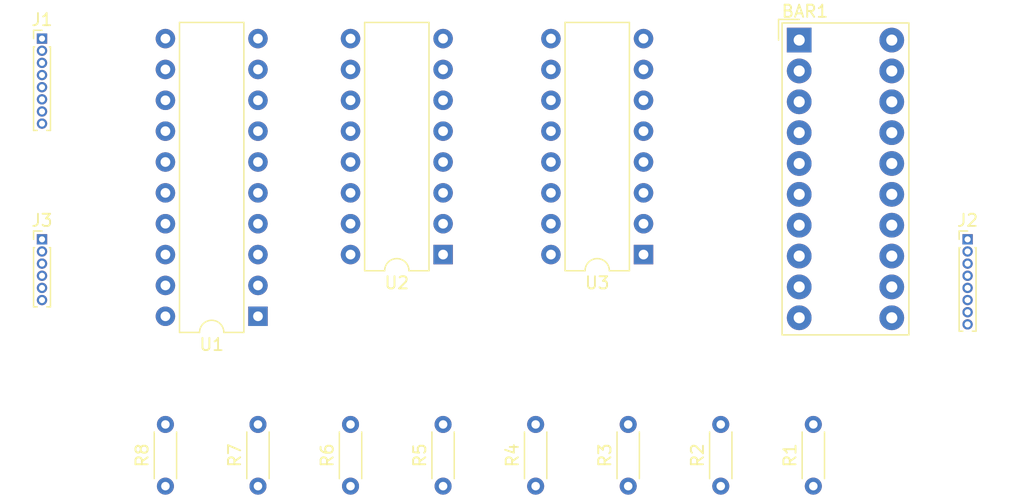
<source format=kicad_pcb>
(kicad_pcb (version 20211014) (generator pcbnew)
  (layers (0 "F.Cu" signal) (31 "B.Cu" signal) (34 "B.Paste" user) (35 "F.Paste" user) (36 "B.SilkS" user "B.Silkscreen") (37 "F.SilkS" user "F.Silkscreen") (38 "B.Mask" user) (39 "F.Mask" user) (44 "Edge.Cuts" user))
  (net 0 "")
  (net 1 "Net-(J1-Pad1)")
  (net 2 "Net-(J1-Pad2)")
  (net 3 "Net-(J1-Pad3)")
  (net 4 "Net-(J1-Pad4)")
  (net 5 "Net-(J1-Pad5)")
  (net 6 "Net-(J1-Pad6)")
  (net 7 "Net-(J1-Pad7)")
  (net 8 "Net-(J1-Pad8)")
  (net 9 "VCC")
  (net 10 "Net-(J3-Pad2)")
  (net 11 "Net-(J3-Pad3)")
  (net 12 "Net-(J3-Pad4)")
  (net 13 "Net-(J3-Pad5)")
  (net 14 "Earth")
  (net 15 "Net-(BAR1-Pad1)")
  (net 16 "Net-(BAR1-Pad2)")
  (net 17 "Net-(BAR1-Pad3)")
  (net 22 "Net-(BAR1-Pad13)")
  (net 23 "Net-(BAR1-Pad14)")
  (net 24 "Net-(BAR1-Pad15)")
  (net 25 "Net-(BAR1-Pad16)")
  (net 26 "Net-(BAR1-Pad17)")
  (net 27 "Net-(BAR1-Pad18)")
  (net 28 "Net-(BAR1-Pad19)")
  (net 29 "Net-(BAR1-Pad20)")
  (footprint "Package_DIP:DIP-16_W7.62mm" (layer "F.Cu") (at 162.54 87.625 180)
    (fp_text reference "U3" (at 3.81 -2.33 180) (layer "F.SilkS"))
    (fp_text value "74LS173")
    (fp_line (start 1.16 -1.33) (end 1.16 19.11) (layer "F.SilkS") (width 0.12))
    (fp_line (start 6.46 -1.33) (end 4.81 -1.33) (layer "F.SilkS") (width 0.12))
    (fp_line (start 6.46 19.11) (end 6.46 -1.33) (layer "F.SilkS") (width 0.12))
    (fp_line (start 1.16 19.11) (end 6.46 19.11) (layer "F.SilkS") (width 0.12))
    (fp_line (start 2.81 -1.33) (end 1.16 -1.33) (layer "F.SilkS") (width 0.12))
    (fp_arc (start 4.81 -1.33) (mid 3.81 -0.33) (end 2.81 -1.33) (layer "F.SilkS") (width 0.12))
    (pad "1" thru_hole rect (at 0 0 180) (size 1.6 1.6) (drill 0.8) (layers *.Cu *.Mask) (net 14 "Earth"))
    (pad "2" thru_hole oval (at 0 2.54 180) (size 1.6 1.6) (drill 0.8) (layers *.Cu *.Mask) (net 14 "Earth"))
    (pad "3" thru_hole oval (at 0 5.08 180) (size 1.6 1.6) (drill 0.8) (layers *.Cu *.Mask) (net 15 "Net-(BAR1-Pad1)"))
    (pad "4" thru_hole oval (at 0 7.62 180) (size 1.6 1.6) (drill 0.8) (layers *.Cu *.Mask) (net 17 "Net-(BAR1-Pad3)"))
    (pad "5" thru_hole oval (at 0 10.16 180) (size 1.6 1.6) (drill 0.8) (layers *.Cu *.Mask) (net 16 "Net-(BAR1-Pad2)"))
    (pad "6" thru_hole oval (at 0 12.7 180) (size 1.6 1.6) (drill 0.8) (layers *.Cu *.Mask) (net 15 "Net-(BAR1-Pad1)"))
    (pad "7" thru_hole oval (at 0 15.24 180) (size 1.6 1.6) (drill 0.8) (layers *.Cu *.Mask) (net 10 "Net-(J3-Pad2)"))
    (pad "8" thru_hole oval (at 0 17.78 180) (size 1.6 1.6) (drill 0.8) (layers *.Cu *.Mask) (net 14 "Earth"))
    (pad "9" thru_hole oval (at 7.62 17.78 180) (size 1.6 1.6) (drill 0.8) (layers *.Cu *.Mask) (net 11 "Net-(J3-Pad3)"))
    (pad "10" thru_hole oval (at 7.62 15.24 180) (size 1.6 1.6) (drill 0.8) (layers *.Cu *.Mask) (net 11 "Net-(J3-Pad3)"))
    (pad "11" thru_hole oval (at 7.62 12.7 180) (size 1.6 1.6) (drill 0.8) (layers *.Cu *.Mask) (net 1 "Net-(J1-Pad1)"))
    (pad "12" thru_hole oval (at 7.62 10.16 180) (size 1.6 1.6) (drill 0.8) (layers *.Cu *.Mask) (net 2 "Net-(J1-Pad2)"))
    (pad "13" thru_hole oval (at 7.62 7.62 180) (size 1.6 1.6) (drill 0.8) (layers *.Cu *.Mask) (net 3 "Net-(J1-Pad3)"))
    (pad "14" thru_hole oval (at 7.62 5.08 180) (size 1.6 1.6) (drill 0.8) (layers *.Cu *.Mask) (net 4 "Net-(J1-Pad4)"))
    (pad "15" thru_hole oval (at 7.62 2.54 180) (size 1.6 1.6) (drill 0.8) (layers *.Cu *.Mask) (net 12 "Net-(J3-Pad4)"))
    (pad "16" thru_hole oval (at 7.62 0 180) (size 1.6 1.6) (drill 0.8) (layers *.Cu *.Mask) (net 9 "VCC"))
  )
  (footprint "Connector_PinHeader_1.00mm:PinHeader_1x06_P1.00mm_Vertical" (layer "F.Cu") (at 113.02 86.37)
    (fp_text reference "J3" (at 0 -1.56) (layer "F.SilkS"))
    (fp_text value "Con")
    (fp_line (start -0.695 5.56) (end -0.394493 5.56) (layer "F.SilkS") (width 0.12))
    (fp_line (start 0.394493 5.56) (end 0.695 5.56) (layer "F.SilkS") (width 0.12))
    (fp_line (start -0.695 0.685) (end -0.695 5.56) (layer "F.SilkS") (width 0.12))
    (fp_line (start 0.695 0.685) (end 0.695 5.56) (layer "F.SilkS") (width 0.12))
    (fp_line (start -0.695 0) (end -0.695 -0.685) (layer "F.SilkS") (width 0.12))
    (fp_line (start -0.695 0.685) (end -0.608276 0.685) (layer "F.SilkS") (width 0.12))
    (fp_line (start -0.695 -0.685) (end 0 -0.685) (layer "F.SilkS") (width 0.12))
    (fp_line (start 0.608276 0.685) (end 0.695 0.685) (layer "F.SilkS") (width 0.12))
    (pad "1" thru_hole rect (at 0 0) (size 0.85 0.85) (drill 0.5) (layers *.Cu *.Mask) (net 9 "VCC"))
    (pad "2" thru_hole oval (at 0 1) (size 0.85 0.85) (drill 0.5) (layers *.Cu *.Mask) (net 10 "Net-(J3-Pad2)"))
    (pad "3" thru_hole oval (at 0 2) (size 0.85 0.85) (drill 0.5) (layers *.Cu *.Mask) (net 11 "Net-(J3-Pad3)"))
    (pad "4" thru_hole oval (at 0 3) (size 0.85 0.85) (drill 0.5) (layers *.Cu *.Mask) (net 12 "Net-(J3-Pad4)"))
    (pad "5" thru_hole oval (at 0 4) (size 0.85 0.85) (drill 0.5) (layers *.Cu *.Mask) (net 13 "Net-(J3-Pad5)"))
    (pad "6" thru_hole oval (at 0 5) (size 0.85 0.85) (drill 0.5) (layers *.Cu *.Mask) (net 14 "Earth"))
  )
  (footprint "Resistor_THT:R_Axial_DIN0204_L3.6mm_D1.6mm_P5.08mm_Horizontal" (layer "F.Cu") (at 123.18 106.69 90)
    (fp_text reference "R8" (at 2.54 -1.92 90) (layer "F.SilkS"))
    (fp_text value "220")
    (fp_line (start 0.62 -0.92) (end 4.46 -0.92) (layer "F.SilkS") (width 0.12))
    (fp_line (start 0.62 0.92) (end 4.46 0.92) (layer "F.SilkS") (width 0.12))
    (pad "1" thru_hole circle (at 0 0 90) (size 1.4 1.4) (drill 0.7) (layers *.Cu *.Mask) (net 14 "Earth"))
    (pad "2" thru_hole oval (at 5.08 0 90) (size 1.4 1.4) (drill 0.7) (layers *.Cu *.Mask) (net 29 "Net-(BAR1-Pad20)"))
  )
  (footprint "Resistor_THT:R_Axial_DIN0204_L3.6mm_D1.6mm_P5.08mm_Horizontal" (layer "F.Cu") (at 130.8 106.69 90)
    (fp_text reference "R7" (at 2.54 -1.92 90) (layer "F.SilkS"))
    (fp_text value "220")
    (fp_line (start 0.62 -0.92) (end 4.46 -0.92) (layer "F.SilkS") (width 0.12))
    (fp_line (start 0.62 0.92) (end 4.46 0.92) (layer "F.SilkS") (width 0.12))
    (pad "1" thru_hole circle (at 0 0 90) (size 1.4 1.4) (drill 0.7) (layers *.Cu *.Mask) (net 14 "Earth"))
    (pad "2" thru_hole oval (at 5.08 0 90) (size 1.4 1.4) (drill 0.7) (layers *.Cu *.Mask) (net 28 "Net-(BAR1-Pad19)"))
  )
  (footprint "Connector_PinHeader_1.00mm:PinHeader_1x08_P1.00mm_Vertical" (layer "F.Cu") (at 113.02 69.845)
    (fp_text reference "J1" (at 0 -1.56) (layer "F.SilkS"))
    (fp_text value "BUS_REG")
    (fp_line (start 0.608276 0.685) (end 0.695 0.685) (layer "F.SilkS") (width 0.12))
    (fp_line (start -0.695 0.685) (end -0.695 7.56) (layer "F.SilkS") (width 0.12))
    (fp_line (start 0.695 0.685) (end 0.695 7.56) (layer "F.SilkS") (width 0.12))
    (fp_line (start -0.695 0.685) (end -0.608276 0.685) (layer "F.SilkS") (width 0.12))
    (fp_line (start 0.394493 7.56) (end 0.695 7.56) (layer "F.SilkS") (width 0.12))
    (fp_line (start -0.695 0) (end -0.695 -0.685) (layer "F.SilkS") (width 0.12))
    (fp_line (start -0.695 -0.685) (end 0 -0.685) (layer "F.SilkS") (width 0.12))
    (fp_line (start -0.695 7.56) (end -0.394493 7.56) (layer "F.SilkS") (width 0.12))
    (pad "1" thru_hole rect (at 0 0) (size 0.85 0.85) (drill 0.5) (layers *.Cu *.Mask) (net 1 "Net-(J1-Pad1)"))
    (pad "2" thru_hole oval (at 0 1) (size 0.85 0.85) (drill 0.5) (layers *.Cu *.Mask) (net 2 "Net-(J1-Pad2)"))
    (pad "3" thru_hole oval (at 0 2) (size 0.85 0.85) (drill 0.5) (layers *.Cu *.Mask) (net 3 "Net-(J1-Pad3)"))
    (pad "4" thru_hole oval (at 0 3) (size 0.85 0.85) (drill 0.5) (layers *.Cu *.Mask) (net 4 "Net-(J1-Pad4)"))
    (pad "5" thru_hole oval (at 0 4) (size 0.85 0.85) (drill 0.5) (layers *.Cu *.Mask) (net 5 "Net-(J1-Pad5)"))
    (pad "6" thru_hole oval (at 0 5) (size 0.85 0.85) (drill 0.5) (layers *.Cu *.Mask) (net 6 "Net-(J1-Pad6)"))
    (pad "7" thru_hole oval (at 0 6) (size 0.85 0.85) (drill 0.5) (layers *.Cu *.Mask) (net 7 "Net-(J1-Pad7)"))
    (pad "8" thru_hole oval (at 0 7) (size 0.85 0.85) (drill 0.5) (layers *.Cu *.Mask) (net 8 "Net-(J1-Pad8)"))
  )
  (footprint "Package_DIP:DIP-16_W7.62mm" (layer "F.Cu") (at 146.04 87.625 180)
    (fp_text reference "U2" (at 3.81 -2.33 180) (layer "F.SilkS"))
    (fp_text value "74LS173")
    (fp_line (start 6.46 -1.33) (end 4.81 -1.33) (layer "F.SilkS") (width 0.12))
    (fp_line (start 6.46 19.11) (end 6.46 -1.33) (layer "F.SilkS") (width 0.12))
    (fp_line (start 1.16 19.11) (end 6.46 19.11) (layer "F.SilkS") (width 0.12))
    (fp_line (start 1.16 -1.33) (end 1.16 19.11) (layer "F.SilkS") (width 0.12))
    (fp_line (start 2.81 -1.33) (end 1.16 -1.33) (layer "F.SilkS") (width 0.12))
    (fp_arc (start 4.81 -1.33) (mid 3.81 -0.33) (end 2.81 -1.33) (layer "F.SilkS") (width 0.12))
    (pad "1" thru_hole rect (at 0 0 180) (size 1.6 1.6) (drill 0.8) (layers *.Cu *.Mask) (net 14 "Earth"))
    (pad "2" thru_hole oval (at 0 2.54 180) (size 1.6 1.6) (drill 0.8) (layers *.Cu *.Mask) (net 14 "Earth"))
    (pad "3" thru_hole oval (at 0 5.08 180) (size 1.6 1.6) (drill 0.8) (layers *.Cu *.Mask) (net 17 "Net-(BAR1-Pad3)"))
    (pad "4" thru_hole oval (at 0 7.62 180) (size 1.6 1.6) (drill 0.8) (layers *.Cu *.Mask) (net 16 "Net-(BAR1-Pad2)"))
    (pad "5" thru_hole oval (at 0 10.16 180) (size 1.6 1.6) (drill 0.8) (layers *.Cu *.Mask) (net 15 "Net-(BAR1-Pad1)"))
    (pad "6" thru_hole oval (at 0 12.7 180) (size 1.6 1.6) (drill 0.8) (layers *.Cu *.Mask) (net 17 "Net-(BAR1-Pad3)"))
    (pad "7" thru_hole oval (at 0 15.24 180) (size 1.6 1.6) (drill 0.8) (layers *.Cu *.Mask) (net 10 "Net-(J3-Pad2)"))
    (pad "8" thru_hole oval (at 0 17.78 180) (size 1.6 1.6) (drill 0.8) (layers *.Cu *.Mask) (net 14 "Earth"))
    (pad "9" thru_hole oval (at 7.62 17.78 180) (size 1.6 1.6) (drill 0.8) (layers *.Cu *.Mask) (net 11 "Net-(J3-Pad3)"))
    (pad "10" thru_hole oval (at 7.62 15.24 180) (size 1.6 1.6) (drill 0.8) (layers *.Cu *.Mask) (net 11 "Net-(J3-Pad3)"))
    (pad "11" thru_hole oval (at 7.62 12.7 180) (size 1.6 1.6) (drill 0.8) (layers *.Cu *.Mask) (net 5 "Net-(J1-Pad5)"))
    (pad "12" thru_hole oval (at 7.62 10.16 180) (size 1.6 1.6) (drill 0.8) (layers *.Cu *.Mask) (net 6 "Net-(J1-Pad6)"))
    (pad "13" thru_hole oval (at 7.62 7.62 180) (size 1.6 1.6) (drill 0.8) (layers *.Cu *.Mask) (net 7 "Net-(J1-Pad7)"))
    (pad "14" thru_hole oval (at 7.62 5.08 180) (size 1.6 1.6) (drill 0.8) (layers *.Cu *.Mask) (net 8 "Net-(J1-Pad8)"))
    (pad "15" thru_hole oval (at 7.62 2.54 180) (size 1.6 1.6) (drill 0.8) (layers *.Cu *.Mask) (net 12 "Net-(J3-Pad4)"))
    (pad "16" thru_hole oval (at 7.62 0 180) (size 1.6 1.6) (drill 0.8) (layers *.Cu *.Mask) (net 9 "VCC"))
  )
  (footprint "Resistor_THT:R_Axial_DIN0204_L3.6mm_D1.6mm_P5.08mm_Horizontal" (layer "F.Cu") (at 153.66 106.69 90)
    (fp_text reference "R4" (at 2.54 -1.92 90) (layer "F.SilkS"))
    (fp_text value "220")
    (fp_line (start 0.62 -0.92) (end 4.46 -0.92) (layer "F.SilkS") (width 0.12))
    (fp_line (start 0.62 0.92) (end 4.46 0.92) (layer "F.SilkS") (width 0.12))
    (pad "1" thru_hole circle (at 0 0 90) (size 1.4 1.4) (drill 0.7) (layers *.Cu *.Mask) (net 14 "Earth"))
    (pad "2" thru_hole oval (at 5.08 0 90) (size 1.4 1.4) (drill 0.7) (layers *.Cu *.Mask) (net 25 "Net-(BAR1-Pad16)"))
  )
  (footprint "Display:HDSP-4830" (layer "F.Cu") (at 175.3575 69.9675)
    (fp_text reference "BAR1" (at 0.47 -2.37) (layer "F.SilkS"))
    (fp_text value "HDSP-4830_2")
    (fp_line (start -1.41 -1.41) (end 9.03 -1.41) (layer "F.SilkS") (width 0.12))
    (fp_line (start -1.41 24.27) (end -1.41 -1.41) (layer "F.SilkS") (width 0.12))
    (fp_line (start 9.03 -1.41) (end 9.03 24.27) (layer "F.SilkS") (width 0.12))
    (fp_line (start -1.7 -1.7) (end -1.7 0) (layer "F.SilkS") (width 0.12))
    (fp_line (start 0 -1.7) (end -1.7 -1.7) (layer "F.SilkS") (width 0.12))
    (fp_line (start 9.03 24.27) (end -1.41 24.27) (layer "F.SilkS") (width 0.12))
    (pad "1" thru_hole rect (at 0 0 270) (size 2.032 2.032) (drill 0.9144) (layers *.Cu *.Mask) (net 15 "Net-(BAR1-Pad1)"))
    (pad "2" thru_hole circle (at 0 2.54 270) (size 2.032 2.032) (drill 0.9144) (layers *.Cu *.Mask) (net 16 "Net-(BAR1-Pad2)"))
    (pad "3" thru_hole circle (at 0 5.08 270) (size 2.032 2.032) (drill 0.9144) (layers *.Cu *.Mask) (net 17 "Net-(BAR1-Pad3)"))
    (pad "4" thru_hole circle (at 0 7.62 270) (size 2.032 2.032) (drill 0.9144) (layers *.Cu *.Mask) (net 15 "Net-(BAR1-Pad1)"))
    (pad "5" thru_hole circle (at 0 10.16 270) (size 2.032 2.032) (drill 0.9144) (layers *.Cu *.Mask) (net 17 "Net-(BAR1-Pad3)"))
    (pad "6" thru_hole circle (at 0 12.7 270) (size 2.032 2.032) (drill 0.9144) (layers *.Cu *.Mask) (net 15 "Net-(BAR1-Pad1)"))
    (pad "7" thru_hole circle (at 0 15.24 270) (size 2.032 2.032) (drill 0.9144) (layers *.Cu *.Mask) (net 16 "Net-(BAR1-Pad2)"))
    (pad "8" thru_hole circle (at 0 17.78 270) (size 2.032 2.032) (drill 0.9144) (layers *.Cu *.Mask) (net 17 "Net-(BAR1-Pad3)"))
    (pad "9" thru_hole circle (at 0 20.32 270) (size 2.032 2.032) (drill 0.9144) (layers *.Cu *.Mask))
    (pad "10" thru_hole circle (at 0 22.86 270) (size 2.032 2.032) (drill 0.9144) (layers *.Cu *.Mask))
    (pad "11" thru_hole circle (at 7.62 22.86 270) (size 2.032 2.032) (drill 0.9144) (layers *.Cu *.Mask))
    (pad "12" thru_hole circle (at 7.62 20.32 270) (size 2.032 2.032) (drill 0.9144) (layers *.Cu *.Mask))
    (pad "13" thru_hole circle (at 7.62 17.78 270) (size 2.032 2.032) (drill 0.9144) (layers *.Cu *.Mask) (net 22 "Net-(BAR1-Pad13)"))
    (pad "14" thru_hole circle (at 7.62 15.24 270) (size 2.032 2.032) (drill 0.9144) (layers *.Cu *.Mask) (net 23 "Net-(BAR1-Pad14)"))
    (pad "15" thru_hole circle (at 7.62 12.7 270) (size 2.032 2.032) (drill 0.9144) (layers *.Cu *.Mask) (net 24 "Net-(BAR1-Pad15)"))
    (pad "16" thru_hole circle (at 7.62 10.16 270) (size 2.032 2.032) (drill 0.9144) (layers *.Cu *.Mask) (net 25 "Net-(BAR1-Pad16)"))
    (pad "17" thru_hole circle (at 7.62 7.62 270) (size 2.032 2.032) (drill 0.9144) (layers *.Cu *.Mask) (net 26 "Net-(BAR1-Pad17)"))
    (pad "18" thru_hole circle (at 7.62 5.08 270) (size 2.032 2.032) (drill 0.9144) (layers *.Cu *.Mask) (net 27 "Net-(BAR1-Pad18)"))
    (pad "19" thru_hole circle (at 7.62 2.54 270) (size 2.032 2.032) (drill 0.9144) (layers *.Cu *.Mask) (net 28 "Net-(BAR1-Pad19)"))
    (pad "20" thru_hole circle (at 7.62 0 270) (size 2.032 2.032) (drill 0.9144) (layers *.Cu *.Mask) (net 29 "Net-(BAR1-Pad20)"))
  )
  (footprint "Resistor_THT:R_Axial_DIN0204_L3.6mm_D1.6mm_P5.08mm_Horizontal" (layer "F.Cu") (at 168.9 106.69 90)
    (fp_text reference "R2" (at 2.54 -1.92 90) (layer "F.SilkS"))
    (fp_text value "220")
    (fp_line (start 0.62 -0.92) (end 4.46 -0.92) (layer "F.SilkS") (width 0.12))
    (fp_line (start 0.62 0.92) (end 4.46 0.92) (layer "F.SilkS") (width 0.12))
    (pad "1" thru_hole circle (at 0 0 90) (size 1.4 1.4) (drill 0.7) (layers *.Cu *.Mask) (net 14 "Earth"))
    (pad "2" thru_hole oval (at 5.08 0 90) (size 1.4 1.4) (drill 0.7) (layers *.Cu *.Mask) (net 23 "Net-(BAR1-Pad14)"))
  )
  (footprint "Resistor_THT:R_Axial_DIN0204_L3.6mm_D1.6mm_P5.08mm_Horizontal" (layer "F.Cu") (at 161.28 106.69 90)
    (fp_text reference "R3" (at 2.54 -1.92 90) (layer "F.SilkS"))
    (fp_text value "220")
    (fp_line (start 0.62 0.92) (end 4.46 0.92) (layer "F.SilkS") (width 0.12))
    (fp_line (start 0.62 -0.92) (end 4.46 -0.92) (layer "F.SilkS") (width 0.12))
    (pad "1" thru_hole circle (at 0 0 90) (size 1.4 1.4) (drill 0.7) (layers *.Cu *.Mask) (net 14 "Earth"))
    (pad "2" thru_hole oval (at 5.08 0 90) (size 1.4 1.4) (drill 0.7) (layers *.Cu *.Mask) (net 24 "Net-(BAR1-Pad15)"))
  )
  (footprint "Resistor_THT:R_Axial_DIN0204_L3.6mm_D1.6mm_P5.08mm_Horizontal" (layer "F.Cu") (at 138.42 106.69 90)
    (fp_text reference "R6" (at 2.54 -1.92 90) (layer "F.SilkS"))
    (fp_text value "220")
    (fp_line (start 0.62 0.92) (end 4.46 0.92) (layer "F.SilkS") (width 0.12))
    (fp_line (start 0.62 -0.92) (end 4.46 -0.92) (layer "F.SilkS") (width 0.12))
    (pad "1" thru_hole circle (at 0 0 90) (size 1.4 1.4) (drill 0.7) (layers *.Cu *.Mask) (net 14 "Earth"))
    (pad "2" thru_hole oval (at 5.08 0 90) (size 1.4 1.4) (drill 0.7) (layers *.Cu *.Mask) (net 27 "Net-(BAR1-Pad18)"))
  )
  (footprint "Package_DIP:DIP-20_W7.62mm" (layer "F.Cu") (at 130.8 92.705 180)
    (fp_text reference "U1" (at 3.81 -2.33 180) (layer "F.SilkS"))
    (fp_text value "74LS245")
    (fp_line (start 2.81 -1.33) (end 1.16 -1.33) (layer "F.SilkS") (width 0.12))
    (fp_line (start 1.16 24.19) (end 6.46 24.19) (layer "F.SilkS") (width 0.12))
    (fp_line (start 6.46 24.19) (end 6.46 -1.33) (layer "F.SilkS") (width 0.12))
    (fp_line (start 6.46 -1.33) (end 4.81 -1.33) (layer "F.SilkS") (width 0.12))
    (fp_line (start 1.16 -1.33) (end 1.16 24.19) (layer "F.SilkS") (width 0.12))
    (fp_arc (start 4.81 -1.33) (mid 3.81 -0.33) (end 2.81 -1.33) (layer "F.SilkS") (width 0.12))
    (pad "1" thru_hole rect (at 0 0 180) (size 1.6 1.6) (drill 0.8) (layers *.Cu *.Mask) (net 9 "VCC"))
    (pad "2" thru_hole oval (at 0 2.54 180) (size 1.6 1.6) (drill 0.8) (layers *.Cu *.Mask) (net 17 "Net-(BAR1-Pad3)"))
    (pad "3" thru_hole oval (at 0 5.08 180) (size 1.6 1.6) (drill 0.8) (layers *.Cu *.Mask) (net 16 "Net-(BAR1-Pad2)"))
    (pad "4" thru_hole oval (at 0 7.62 180) (size 1.6 1.6) (drill 0.8) (layers *.Cu *.Mask) (net 15 "Net-(BAR1-Pad1)"))
    (pad "5" thru_hole oval (at 0 10.16 180) (size 1.6 1.6) (drill 0.8) (layers *.Cu *.Mask) (net 17 "Net-(BAR1-Pad3)"))
    (pad "6" thru_hole oval (at 0 12.7 180) (size 1.6 1.6) (drill 0.8) (layers *.Cu *.Mask) (net 15 "Net-(BAR1-Pad1)"))
    (pad "7" thru_hole oval (at 0 15.24 180) (size 1.6 1.6) (drill 0.8) (layers *.Cu *.Mask) (net 17 "Net-(BAR1-Pad3)"))
    (pad "8" thru_hole oval (at 0 17.78 180) (size 1.6 1.6) (drill 0.8) (layers *.Cu *.Mask) (net 16 "Net-(BAR1-Pad2)"))
    (pad "9" thru_hole oval (at 0 20.32 180) (size 1.6 1.6) (drill 0.8) (layers *.Cu *.Mask) (net 15 "Net-(BAR1-Pad1)"))
    (pad "10" thru_hole oval (at 0 22.86 180) (size 1.6 1.6) (drill 0.8) (layers *.Cu *.Mask) (net 14 "Earth"))
    (pad "11" thru_hole oval (at 7.62 22.86 180) (size 1.6 1.6) (drill 0.8) (layers *.Cu *.Mask) (net 1 "Net-(J1-Pad1)"))
    (pad "12" thru_hole oval (at 7.62 20.32 180) (size 1.6 1.6) (drill 0.8) (layers *.Cu *.Mask) (net 2 "Net-(J1-Pad2)"))
    (pad "13" thru_hole oval (at 7.62 17.78 180) (size 1.6 1.6) (drill 0.8) (layers *.Cu *.Mask) (net 3 "Net-(J1-Pad3)"))
    (pad "14" thru_hole oval (at 7.62 15.24 180) (size 1.6 1.6) (drill 0.8) (layers *.Cu *.Mask) (net 4 "Net-(J1-Pad4)"))
    (pad "15" thru_hole oval (at 7.62 12.7 180) (size 1.6 1.6) (drill 0.8) (layers *.Cu *.Mask) (net 5 "Net-(J1-Pad5)"))
    (pad "16" thru_hole oval (at 7.62 10.16 180) (size 1.6 1.6) (drill 0.8) (layers *.Cu *.Mask) (net 6 "Net-(J1-Pad6)"))
    (pad "17" thru_hole oval (at 7.62 7.62 180) (size 1.6 1.6) (drill 0.8) (layers *.Cu *.Mask) (net 7 "Net-(J1-Pad7)"))
    (pad "18" thru_hole oval (at 7.62 5.08 180) (size 1.6 1.6) (drill 0.8) (layers *.Cu *.Mask) (net 8 "Net-(J1-Pad8)"))
    (pad "19" thru_hole oval (at 7.62 2.54 180) (size 1.6 1.6) (drill 0.8) (layers *.Cu *.Mask) (net 13 "Net-(J3-Pad5)"))
    (pad "20" thru_hole oval (at 7.62 0 180) (size 1.6 1.6) (drill 0.8) (layers *.Cu *.Mask) (net 9 "VCC"))
  )
  (footprint "Resistor_THT:R_Axial_DIN0204_L3.6mm_D1.6mm_P5.08mm_Horizontal" (layer "F.Cu") (at 146.04 106.69 90)
    (fp_text reference "R5" (at 2.54 -1.92 90) (layer "F.SilkS"))
    (fp_text value "220")
    (fp_line (start 0.62 0.92) (end 4.46 0.92) (layer "F.SilkS") (width 0.12))
    (fp_line (start 0.62 -0.92) (end 4.46 -0.92) (layer "F.SilkS") (width 0.12))
    (pad "1" thru_hole circle (at 0 0 90) (size 1.4 1.4) (drill 0.7) (layers *.Cu *.Mask) (net 14 "Earth"))
    (pad "2" thru_hole oval (at 5.08 0 90) (size 1.4 1.4) (drill 0.7) (layers *.Cu *.Mask) (net 26 "Net-(BAR1-Pad17)"))
  )
  (footprint "Resistor_THT:R_Axial_DIN0204_L3.6mm_D1.6mm_P5.08mm_Horizontal" (layer "F.Cu") (at 176.52 106.69 90)
    (fp_text reference "R1" (at 2.54 -1.92 90) (layer "F.SilkS"))
    (fp_text value "220")
    (fp_line (start 0.62 0.92) (end 4.46 0.92) (layer "F.SilkS") (width 0.12))
    (fp_line (start 0.62 -0.92) (end 4.46 -0.92) (layer "F.SilkS") (width 0.12))
    (pad "1" thru_hole circle (at 0 0 90) (size 1.4 1.4) (drill 0.7) (layers *.Cu *.Mask) (net 14 "Earth"))
    (pad "2" thru_hole oval (at 5.08 0 90) (size 1.4 1.4) (drill 0.7) (layers *.Cu *.Mask) (net 22 "Net-(BAR1-Pad13)"))
  )
  (footprint "Connector_PinHeader_1.00mm:PinHeader_1x08_P1.00mm_Vertical" (layer "F.Cu") (at 189.22 86.37)
    (fp_text reference "J2" (at 0 -1.56) (layer "F.SilkS"))
    (fp_text value "REG_Instruction")
    (fp_line (start 0.695 0.685) (end 0.695 7.56) (layer "F.SilkS") (width 0.12))
    (fp_line (start -0.695 0) (end -0.695 -0.685) (layer "F.SilkS") (width 0.12))
    (fp_line (start 0.394493 7.56) (end 0.695 7.56) (layer "F.SilkS") (width 0.12))
    (fp_line (start -0.695 0.685) (end -0.695 7.56) (layer "F.SilkS") (width 0.12))
    (fp_line (start 0.608276 0.685) (end 0.695 0.685) (layer "F.SilkS") (width 0.12))
    (fp_line (start -0.695 -0.685) (end 0 -0.685) (layer "F.SilkS") (width 0.12))
    (fp_line (start -0.695 0.685) (end -0.608276 0.685) (layer "F.SilkS") (width 0.12))
    (fp_line (start -0.695 7.56) (end -0.394493 7.56) (layer "F.SilkS") (width 0.12))
    (pad "1" thru_hole rect (at 0 0) (size 0.85 0.85) (drill 0.5) (layers *.Cu *.Mask) (net 15 "Net-(BAR1-Pad1)"))
    (pad "2" thru_hole oval (at 0 1) (size 0.85 0.85) (drill 0.5) (layers *.Cu *.Mask) (net 16 "Net-(BAR1-Pad2)"))
    (pad "3" thru_hole oval (at 0 2) (size 0.85 0.85) (drill 0.5) (layers *.Cu *.Mask) (net 17 "Net-(BAR1-Pad3)"))
    (pad "4" thru_hole oval (at 0 3) (size 0.85 0.85) (drill 0.5) (layers *.Cu *.Mask) (net 15 "Net-(BAR1-Pad1)"))
    (pad "5" thru_hole oval (at 0 4) (size 0.85 0.85) (drill 0.5) (layers *.Cu *.Mask) (net 17 "Net-(BAR1-Pad3)"))
    (pad "6" thru_hole oval (at 0 5) (size 0.85 0.85) (drill 0.5) (layers *.Cu *.Mask) (net 15 "Net-(BAR1-Pad1)"))
    (pad "7" thru_hole oval (at 0 6) (size 0.85 0.85) (drill 0.5) (layers *.Cu *.Mask) (net 16 "Net-(BAR1-Pad2)"))
    (pad "8" thru_hole oval (at 0 7) (size 0.85 0.85) (drill 0.5) (layers *.Cu *.Mask) (net 17 "Net-(BAR1-Pad3)"))
  )
)
</source>
